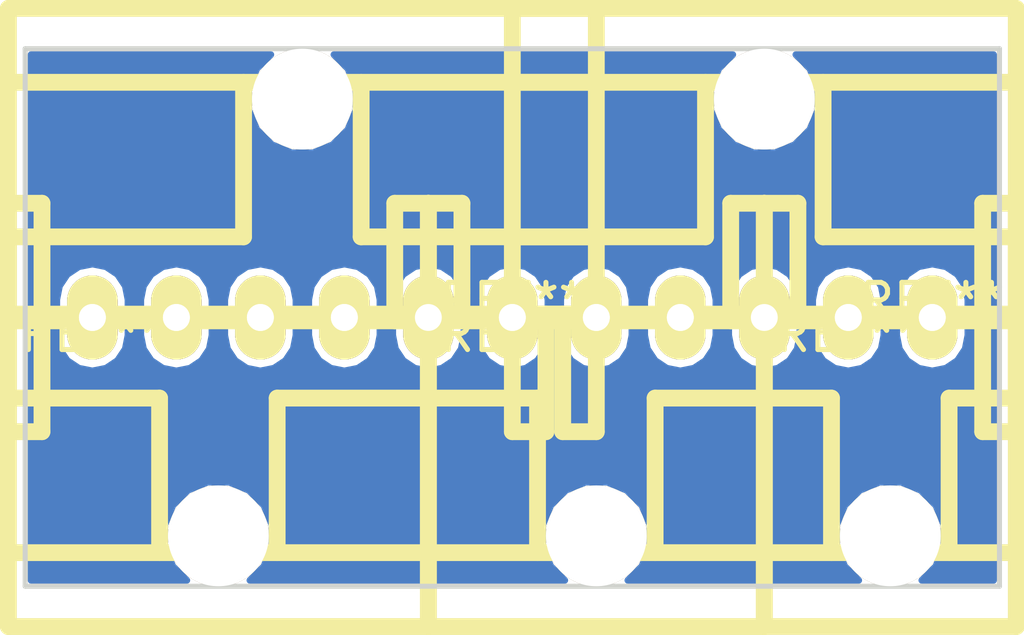
<source format=kicad_pcb>
(kicad_pcb (version 4) (host pcbnew 4.0.1-stable)

  (general
    (links 0)
    (no_connects 0)
    (area 9.049999 8.349999 39.950001 27.650001)
    (thickness 1.6)
    (drawings 4)
    (tracks 0)
    (zones 0)
    (modules 5)
    (nets 1)
  )

  (page A4)
  (layers
    (0 F.Cu signal)
    (31 B.Cu signal)
    (32 B.Adhes user)
    (33 F.Adhes user)
    (34 B.Paste user)
    (35 F.Paste user)
    (36 B.SilkS user)
    (37 F.SilkS user)
    (38 B.Mask user)
    (39 F.Mask user)
    (40 Dwgs.User user)
    (41 Cmts.User user)
    (42 Eco1.User user)
    (43 Eco2.User user)
    (44 Edge.Cuts user)
    (45 Margin user)
    (46 B.CrtYd user)
    (47 F.CrtYd user)
    (48 B.Fab user)
    (49 F.Fab user)
  )

  (setup
    (last_trace_width 0.25)
    (trace_clearance 0.21)
    (zone_clearance 0)
    (zone_45_only no)
    (trace_min 0.2)
    (segment_width 0.2)
    (edge_width 0.15)
    (via_size 0.6)
    (via_drill 0.4)
    (via_min_size 0.4)
    (via_min_drill 0.3)
    (uvia_size 0.3)
    (uvia_drill 0.1)
    (uvias_allowed no)
    (uvia_min_size 0.2)
    (uvia_min_drill 0.1)
    (pcb_text_width 0.3)
    (pcb_text_size 1.5 1.5)
    (mod_edge_width 0.15)
    (mod_text_size 1 1)
    (mod_text_width 0.15)
    (pad_size 2.5 2.5)
    (pad_drill 2.5)
    (pad_to_mask_clearance 0.2)
    (aux_axis_origin 0 0)
    (visible_elements 7FFFFFFF)
    (pcbplotparams
      (layerselection 0x01000_80000000)
      (usegerberextensions false)
      (excludeedgelayer true)
      (linewidth 0.100000)
      (plotframeref false)
      (viasonmask false)
      (mode 1)
      (useauxorigin false)
      (hpglpennumber 1)
      (hpglpenspeed 20)
      (hpglpendiameter 15)
      (hpglpenoverlay 2)
      (psnegative false)
      (psa4output false)
      (plotreference true)
      (plotvalue true)
      (plotinvisibletext false)
      (padsonsilk false)
      (subtractmaskfromsilk false)
      (outputformat 1)
      (mirror false)
      (drillshape 0)
      (scaleselection 1)
      (outputdirectory ""))
  )

  (net 0 "")

  (net_class Default "これは標準のネット クラスです。"
    (clearance 0.21)
    (trace_width 0.25)
    (via_dia 0.6)
    (via_drill 0.4)
    (uvia_dia 0.3)
    (uvia_drill 0.1)
  )

  (module RP_KiCAD_Connector:XA_2SC (layer F.Cu) (tedit 56B59406) (tstamp 56B75182)
    (at 34.5 18)
    (fp_text reference REF** (at 0 0.5) (layer F.SilkS)
      (effects (font (size 1 1) (thickness 0.15)))
    )
    (fp_text value XA_2T (at 0 -0.5) (layer F.Fab)
      (effects (font (size 1 1) (thickness 0.15)))
    )
    (fp_line (start -1.5 -3.4) (end -2.5 -3.4) (layer F.SilkS) (width 0.5))
    (fp_line (start 5 -3.4) (end 4 -3.4) (layer F.SilkS) (width 0.5))
    (fp_line (start 4 -3.4) (end 4 0.1) (layer F.SilkS) (width 0.5))
    (fp_line (start -1.5 -3.4) (end -1.5 0.1) (layer F.SilkS) (width 0.5))
    (fp_line (start 3 2.4) (end 5 2.4) (layer F.SilkS) (width 0.5))
    (fp_line (start -0.5 2.4) (end -2.5 2.4) (layer F.SilkS) (width 0.5))
    (fp_line (start 3 2.4) (end 3 7) (layer F.SilkS) (width 0.5))
    (fp_line (start -0.5 2.4) (end -0.5 7) (layer F.SilkS) (width 0.5))
    (fp_line (start -2.5 0.1) (end 5 0.1) (layer F.SilkS) (width 0.5))
    (fp_line (start -2.5 7) (end 5 7) (layer F.SilkS) (width 0.5))
    (fp_line (start -2.5 9.2) (end 5 9.2) (layer F.SilkS) (width 0.5))
    (fp_line (start 5 -3.4) (end 5 9.2) (layer F.SilkS) (width 0.5))
    (fp_line (start -2.5 -3.4) (end -2.5 9.2) (layer F.SilkS) (width 0.5))
    (pad 1 thru_hole oval (at 0 0) (size 1.5 2.5) (drill 0.8) (layers *.Cu *.Mask F.SilkS))
    (pad 2 thru_hole oval (at 2.5 0) (size 1.5 2.5) (drill 0.8) (layers *.Cu *.Mask F.SilkS))
    (pad "" thru_hole circle (at 1.25 6.5) (size 3 3) (drill 3) (layers *.Cu *.Mask F.SilkS)
      (clearance -0.3))
    (model conn_XA/XA_2S.wrl
      (at (xyz 0.05 -0.2 0))
      (scale (xyz 4 4 4))
      (rotate (xyz 0 0 180))
    )
  )

  (module RP_KiCAD_Connector:XA_3SC (layer F.Cu) (tedit 56B59458) (tstamp 56B7515A)
    (at 24.5 18)
    (fp_text reference REF** (at 0 0.5) (layer F.SilkS)
      (effects (font (size 1 1) (thickness 0.15)))
    )
    (fp_text value XA_2T (at 0 -0.5) (layer F.Fab)
      (effects (font (size 1 1) (thickness 0.15)))
    )
    (fp_line (start 6.5 -3.4) (end 6.5 0.1) (layer F.SilkS) (width 0.5))
    (fp_line (start -2.5 -3.4) (end -1.5 -3.4) (layer F.SilkS) (width 0.5))
    (fp_line (start -1.5 -3.4) (end -1.5 0.1) (layer F.SilkS) (width 0.5))
    (fp_line (start 7.5 0.1) (end -2.5 0.1) (layer F.SilkS) (width 0.5))
    (fp_line (start 7.5 -3.4) (end 6.5 -3.4) (layer F.SilkS) (width 0.5))
    (fp_line (start 4.25 2.4) (end 7.5 2.4) (layer F.SilkS) (width 0.5))
    (fp_line (start 0.75 2.4) (end -2.5 2.4) (layer F.SilkS) (width 0.5))
    (fp_line (start 4.25 2.4) (end 4.25 7) (layer F.SilkS) (width 0.5))
    (fp_line (start 0.75 2.4) (end 0.75 7) (layer F.SilkS) (width 0.5))
    (fp_line (start -2.5 7) (end 7.5 7) (layer F.SilkS) (width 0.5))
    (fp_line (start 7.5 -3.4) (end 7.5 9.2) (layer F.SilkS) (width 0.5))
    (fp_line (start 7.5 9.2) (end -2.5 9.2) (layer F.SilkS) (width 0.5))
    (fp_line (start -2.5 -3.4) (end -2.5 9.2) (layer F.SilkS) (width 0.5))
    (pad 1 thru_hole oval (at 0 0) (size 1.5 2.5) (drill 0.8) (layers *.Cu *.Mask F.SilkS))
    (pad 2 thru_hole oval (at 2.5 0) (size 1.5 2.5) (drill 0.8) (layers *.Cu *.Mask F.SilkS))
    (pad 3 thru_hole oval (at 5 0) (size 1.5 2.5) (drill 0.8) (layers *.Cu *.Mask F.SilkS))
    (pad "" thru_hole circle (at 2.5 6.5) (size 3 3) (drill 3) (layers *.Cu *.Mask F.SilkS)
      (clearance -0.3))
    (model conn_XA/XA_3S.wrl
      (at (xyz 0.1 -0.2 0))
      (scale (xyz 4 4 4))
      (rotate (xyz 0 0 180))
    )
  )

  (module RP_KiCAD_Connector:XA_4SC (layer F.Cu) (tedit 56B59492) (tstamp 56B75130)
    (at 12 18)
    (fp_text reference REF** (at 0 0.5) (layer F.SilkS)
      (effects (font (size 1 1) (thickness 0.15)))
    )
    (fp_text value XA_2T (at 0 -0.5) (layer F.Fab)
      (effects (font (size 1 1) (thickness 0.15)))
    )
    (fp_line (start 10 -3.4) (end 9 -3.4) (layer F.SilkS) (width 0.5))
    (fp_line (start 9 -3.4) (end 9 0.1) (layer F.SilkS) (width 0.5))
    (fp_line (start -2.5 -3.4) (end -1.5 -3.4) (layer F.SilkS) (width 0.5))
    (fp_line (start -1.5 -3.4) (end -1.5 0.1) (layer F.SilkS) (width 0.5))
    (fp_line (start 10 0.1) (end -2.5 0.1) (layer F.SilkS) (width 0.5))
    (fp_line (start 5.5 2.4) (end 10 2.4) (layer F.SilkS) (width 0.5))
    (fp_line (start 2 2.4) (end -2.5 2.4) (layer F.SilkS) (width 0.5))
    (fp_line (start 5.5 2.4) (end 5.5 7) (layer F.SilkS) (width 0.5))
    (fp_line (start 2 2.4) (end 2 7) (layer F.SilkS) (width 0.5))
    (fp_line (start -2.5 7) (end 10 7) (layer F.SilkS) (width 0.5))
    (fp_line (start 10 -3.4) (end 10 9.2) (layer F.SilkS) (width 0.5))
    (fp_line (start 10 9.2) (end -2.5 9.2) (layer F.SilkS) (width 0.5))
    (fp_line (start -2.5 -3.4) (end -2.5 9.2) (layer F.SilkS) (width 0.5))
    (pad 1 thru_hole oval (at 0 0) (size 1.5 2.5) (drill 0.8) (layers *.Cu *.Mask F.SilkS))
    (pad 2 thru_hole oval (at 2.5 0) (size 1.5 2.5) (drill 0.8) (layers *.Cu *.Mask F.SilkS))
    (pad 3 thru_hole oval (at 5 0) (size 1.5 2.5) (drill 0.8) (layers *.Cu *.Mask F.SilkS))
    (pad 4 thru_hole oval (at 7.5 0) (size 1.5 2.5) (drill 0.8) (layers *.Cu *.Mask F.SilkS))
    (pad "" thru_hole circle (at 3.75 6.5) (size 3 3) (drill 3) (layers *.Cu *.Mask F.SilkS)
      (clearance -0.3))
    (model conn_XA/XA_4S.wrl
      (at (xyz 0.15 -0.2 0))
      (scale (xyz 4 4 4))
      (rotate (xyz 0 0 180))
    )
  )

  (module RP_KiCAD_Connector:XA_6SC (layer F.Cu) (tedit 56B594AA) (tstamp 56B750D6)
    (at 24.5 18 180)
    (fp_text reference REF** (at 0 0.5 180) (layer F.SilkS)
      (effects (font (size 1 1) (thickness 0.15)))
    )
    (fp_text value XA_2T (at 0 -0.5 180) (layer F.Fab)
      (effects (font (size 1 1) (thickness 0.15)))
    )
    (fp_line (start 15 -3.4) (end 14 -3.4) (layer F.SilkS) (width 0.5))
    (fp_line (start 14 -3.4) (end 14 0.1) (layer F.SilkS) (width 0.5))
    (fp_line (start -2.5 -3.4) (end -1.5 -3.4) (layer F.SilkS) (width 0.5))
    (fp_line (start -1.5 -3.4) (end -1.5 0.1) (layer F.SilkS) (width 0.5))
    (fp_line (start 15 0.1) (end -2.5 0.1) (layer F.SilkS) (width 0.5))
    (fp_line (start 8 2.4) (end 15 2.4) (layer F.SilkS) (width 0.5))
    (fp_line (start 4.5 2.4) (end -2.5 2.4) (layer F.SilkS) (width 0.5))
    (fp_line (start 8 2.4) (end 8 7) (layer F.SilkS) (width 0.5))
    (fp_line (start 4.5 2.4) (end 4.5 7) (layer F.SilkS) (width 0.5))
    (fp_line (start -2.5 7) (end 15 7) (layer F.SilkS) (width 0.5))
    (fp_line (start 15 -3.4) (end 15 9.2) (layer F.SilkS) (width 0.5))
    (fp_line (start 15 9.2) (end -2.5 9.2) (layer F.SilkS) (width 0.5))
    (fp_line (start -2.5 -3.4) (end -2.5 9.2) (layer F.SilkS) (width 0.5))
    (pad 1 thru_hole oval (at 0 0 180) (size 1.5 2.5) (drill 0.8) (layers *.Cu *.Mask F.SilkS))
    (pad 2 thru_hole oval (at 2.5 0 180) (size 1.5 2.5) (drill 0.8) (layers *.Cu *.Mask F.SilkS))
    (pad 3 thru_hole oval (at 5 0 180) (size 1.5 2.5) (drill 0.8) (layers *.Cu *.Mask F.SilkS))
    (pad 4 thru_hole oval (at 7.5 0 180) (size 1.5 2.5) (drill 0.8) (layers *.Cu *.Mask F.SilkS))
    (pad 5 thru_hole oval (at 10 0 180) (size 1.5 2.5) (drill 0.8) (layers *.Cu *.Mask F.SilkS))
    (pad 6 thru_hole oval (at 12.5 0 180) (size 1.5 2.5) (drill 0.8) (layers *.Cu *.Mask F.SilkS))
    (pad "" thru_hole circle (at 6.25 6.5 180) (size 3 3) (drill 3) (layers *.Cu *.Mask F.SilkS)
      (clearance -0.3))
    (model conn_XA/XA_6S.wrl
      (at (xyz 0.25 -0.2 0))
      (scale (xyz 4 4 4))
      (rotate (xyz 0 0 180))
    )
  )

  (module RP_KiCAD_Connector:XA_5SC (layer F.Cu) (tedit 56B5949F) (tstamp 56B75104)
    (at 37 18 180)
    (fp_text reference REF** (at 0 0.5 180) (layer F.SilkS)
      (effects (font (size 1 1) (thickness 0.15)))
    )
    (fp_text value XA_2T (at 0 -0.5 180) (layer F.Fab)
      (effects (font (size 1 1) (thickness 0.15)))
    )
    (fp_line (start -2.5 -3.4) (end -1.5 -3.4) (layer F.SilkS) (width 0.5))
    (fp_line (start -1.5 -3.4) (end -1.5 0.1) (layer F.SilkS) (width 0.5))
    (fp_line (start 12.5 -3.4) (end 11.5 -3.4) (layer F.SilkS) (width 0.5))
    (fp_line (start 11.5 -3.4) (end 11.5 0.1) (layer F.SilkS) (width 0.5))
    (fp_line (start -2.5 0.1) (end 12.5 0.1) (layer F.SilkS) (width 0.5))
    (fp_line (start 3.25 2.4) (end -2.5 2.4) (layer F.SilkS) (width 0.5))
    (fp_line (start 6.75 2.4) (end 12.5 2.4) (layer F.SilkS) (width 0.5))
    (fp_line (start 6.75 2.4) (end 6.75 7) (layer F.SilkS) (width 0.5))
    (fp_line (start 3.25 2.4) (end 3.25 7) (layer F.SilkS) (width 0.5))
    (fp_line (start -2.5 7) (end 12.5 7) (layer F.SilkS) (width 0.5))
    (fp_line (start 12.5 -3.4) (end 12.5 9.2) (layer F.SilkS) (width 0.5))
    (fp_line (start 12.5 9.2) (end -2.5 9.2) (layer F.SilkS) (width 0.5))
    (fp_line (start -2.5 -3.4) (end -2.5 9.2) (layer F.SilkS) (width 0.5))
    (pad 1 thru_hole oval (at 0 0 180) (size 1.5 2.5) (drill 0.8) (layers *.Cu *.Mask F.SilkS))
    (pad 2 thru_hole oval (at 2.5 0 180) (size 1.5 2.5) (drill 0.8) (layers *.Cu *.Mask F.SilkS))
    (pad 3 thru_hole oval (at 5 0 180) (size 1.5 2.5) (drill 0.8) (layers *.Cu *.Mask F.SilkS))
    (pad 4 thru_hole oval (at 7.5 0 180) (size 1.5 2.5) (drill 0.8) (layers *.Cu *.Mask F.SilkS))
    (pad 5 thru_hole oval (at 10 0 180) (size 1.5 2.5) (drill 0.8) (layers *.Cu *.Mask F.SilkS))
    (pad "" thru_hole circle (at 5 6.5 180) (size 3 3) (drill 3) (layers *.Cu *.Mask F.SilkS)
      (clearance -0.3))
    (model conn_XA/XA_5S.wrl
      (at (xyz 0.2 -0.2 0))
      (scale (xyz 4 4 4))
      (rotate (xyz 0 0 180))
    )
  )

  (gr_line (start 39 10) (end 10 10) (angle 90) (layer Edge.Cuts) (width 0.15))
  (gr_line (start 39 26) (end 39 10) (angle 90) (layer Edge.Cuts) (width 0.15))
  (gr_line (start 10 26) (end 39 26) (angle 90) (layer Edge.Cuts) (width 0.15))
  (gr_line (start 10 10) (end 10 26) (angle 90) (layer Edge.Cuts) (width 0.15))

  (zone (net 0) (net_name "") (layer B.Cu) (tstamp 56B7527E) (hatch edge 0.508)
    (connect_pads yes (clearance 0))
    (min_thickness 0.2)
    (fill yes (arc_segments 16) (thermal_gap 0.508) (thermal_bridge_width 0.508))
    (polygon
      (pts
        (xy 39 26) (xy 10 26) (xy 10 10) (xy 39 10) (xy 39 26)
      )
    )
    (filled_polygon
      (pts
        (xy 16.894377 10.592489) (xy 16.650278 11.180344) (xy 16.649723 11.816863) (xy 16.892795 12.405143) (xy 17.342489 12.855623)
        (xy 17.930344 13.099722) (xy 18.566863 13.100277) (xy 19.155143 12.857205) (xy 19.605623 12.407511) (xy 19.849722 11.819656)
        (xy 19.850277 11.183137) (xy 19.607205 10.594857) (xy 19.188081 10.175) (xy 31.062596 10.175) (xy 30.644377 10.592489)
        (xy 30.400278 11.180344) (xy 30.399723 11.816863) (xy 30.642795 12.405143) (xy 31.092489 12.855623) (xy 31.680344 13.099722)
        (xy 32.316863 13.100277) (xy 32.905143 12.857205) (xy 33.355623 12.407511) (xy 33.599722 11.819656) (xy 33.600277 11.183137)
        (xy 33.357205 10.594857) (xy 32.938081 10.175) (xy 38.825 10.175) (xy 38.825 25.825) (xy 36.687404 25.825)
        (xy 37.105623 25.407511) (xy 37.349722 24.819656) (xy 37.350277 24.183137) (xy 37.107205 23.594857) (xy 36.657511 23.144377)
        (xy 36.069656 22.900278) (xy 35.433137 22.899723) (xy 34.844857 23.142795) (xy 34.394377 23.592489) (xy 34.150278 24.180344)
        (xy 34.149723 24.816863) (xy 34.392795 25.405143) (xy 34.811919 25.825) (xy 27.937404 25.825) (xy 28.355623 25.407511)
        (xy 28.599722 24.819656) (xy 28.600277 24.183137) (xy 28.357205 23.594857) (xy 27.907511 23.144377) (xy 27.319656 22.900278)
        (xy 26.683137 22.899723) (xy 26.094857 23.142795) (xy 25.644377 23.592489) (xy 25.400278 24.180344) (xy 25.399723 24.816863)
        (xy 25.642795 25.405143) (xy 26.061919 25.825) (xy 16.687404 25.825) (xy 17.105623 25.407511) (xy 17.349722 24.819656)
        (xy 17.350277 24.183137) (xy 17.107205 23.594857) (xy 16.657511 23.144377) (xy 16.069656 22.900278) (xy 15.433137 22.899723)
        (xy 14.844857 23.142795) (xy 14.394377 23.592489) (xy 14.150278 24.180344) (xy 14.149723 24.816863) (xy 14.392795 25.405143)
        (xy 14.811919 25.825) (xy 10.175 25.825) (xy 10.175 17.469438) (xy 10.94 17.469438) (xy 10.94 18.530562)
        (xy 11.020688 18.936206) (xy 11.250467 19.280095) (xy 11.594356 19.509874) (xy 12 19.590562) (xy 12.405644 19.509874)
        (xy 12.749533 19.280095) (xy 12.979312 18.936206) (xy 13.06 18.530562) (xy 13.06 17.469438) (xy 13.44 17.469438)
        (xy 13.44 18.530562) (xy 13.520688 18.936206) (xy 13.750467 19.280095) (xy 14.094356 19.509874) (xy 14.5 19.590562)
        (xy 14.905644 19.509874) (xy 15.249533 19.280095) (xy 15.479312 18.936206) (xy 15.56 18.530562) (xy 15.56 17.469438)
        (xy 15.94 17.469438) (xy 15.94 18.530562) (xy 16.020688 18.936206) (xy 16.250467 19.280095) (xy 16.594356 19.509874)
        (xy 17 19.590562) (xy 17.405644 19.509874) (xy 17.749533 19.280095) (xy 17.979312 18.936206) (xy 18.06 18.530562)
        (xy 18.06 17.469438) (xy 18.44 17.469438) (xy 18.44 18.530562) (xy 18.520688 18.936206) (xy 18.750467 19.280095)
        (xy 19.094356 19.509874) (xy 19.5 19.590562) (xy 19.905644 19.509874) (xy 20.249533 19.280095) (xy 20.479312 18.936206)
        (xy 20.56 18.530562) (xy 20.56 17.469438) (xy 20.94 17.469438) (xy 20.94 18.530562) (xy 21.020688 18.936206)
        (xy 21.250467 19.280095) (xy 21.594356 19.509874) (xy 22 19.590562) (xy 22.405644 19.509874) (xy 22.749533 19.280095)
        (xy 22.979312 18.936206) (xy 23.06 18.530562) (xy 23.06 17.469438) (xy 23.44 17.469438) (xy 23.44 18.530562)
        (xy 23.520688 18.936206) (xy 23.750467 19.280095) (xy 24.094356 19.509874) (xy 24.5 19.590562) (xy 24.905644 19.509874)
        (xy 25.249533 19.280095) (xy 25.479312 18.936206) (xy 25.56 18.530562) (xy 25.56 17.469438) (xy 25.94 17.469438)
        (xy 25.94 18.530562) (xy 26.020688 18.936206) (xy 26.250467 19.280095) (xy 26.594356 19.509874) (xy 27 19.590562)
        (xy 27.405644 19.509874) (xy 27.749533 19.280095) (xy 27.979312 18.936206) (xy 28.06 18.530562) (xy 28.06 17.469438)
        (xy 28.44 17.469438) (xy 28.44 18.530562) (xy 28.520688 18.936206) (xy 28.750467 19.280095) (xy 29.094356 19.509874)
        (xy 29.5 19.590562) (xy 29.905644 19.509874) (xy 30.249533 19.280095) (xy 30.479312 18.936206) (xy 30.56 18.530562)
        (xy 30.56 17.469438) (xy 30.94 17.469438) (xy 30.94 18.530562) (xy 31.020688 18.936206) (xy 31.250467 19.280095)
        (xy 31.594356 19.509874) (xy 32 19.590562) (xy 32.405644 19.509874) (xy 32.749533 19.280095) (xy 32.979312 18.936206)
        (xy 33.06 18.530562) (xy 33.06 17.469438) (xy 33.44 17.469438) (xy 33.44 18.530562) (xy 33.520688 18.936206)
        (xy 33.750467 19.280095) (xy 34.094356 19.509874) (xy 34.5 19.590562) (xy 34.905644 19.509874) (xy 35.249533 19.280095)
        (xy 35.479312 18.936206) (xy 35.56 18.530562) (xy 35.56 17.469438) (xy 35.94 17.469438) (xy 35.94 18.530562)
        (xy 36.020688 18.936206) (xy 36.250467 19.280095) (xy 36.594356 19.509874) (xy 37 19.590562) (xy 37.405644 19.509874)
        (xy 37.749533 19.280095) (xy 37.979312 18.936206) (xy 38.06 18.530562) (xy 38.06 17.469438) (xy 37.979312 17.063794)
        (xy 37.749533 16.719905) (xy 37.405644 16.490126) (xy 37 16.409438) (xy 36.594356 16.490126) (xy 36.250467 16.719905)
        (xy 36.020688 17.063794) (xy 35.94 17.469438) (xy 35.56 17.469438) (xy 35.479312 17.063794) (xy 35.249533 16.719905)
        (xy 34.905644 16.490126) (xy 34.5 16.409438) (xy 34.094356 16.490126) (xy 33.750467 16.719905) (xy 33.520688 17.063794)
        (xy 33.44 17.469438) (xy 33.06 17.469438) (xy 32.979312 17.063794) (xy 32.749533 16.719905) (xy 32.405644 16.490126)
        (xy 32 16.409438) (xy 31.594356 16.490126) (xy 31.250467 16.719905) (xy 31.020688 17.063794) (xy 30.94 17.469438)
        (xy 30.56 17.469438) (xy 30.479312 17.063794) (xy 30.249533 16.719905) (xy 29.905644 16.490126) (xy 29.5 16.409438)
        (xy 29.094356 16.490126) (xy 28.750467 16.719905) (xy 28.520688 17.063794) (xy 28.44 17.469438) (xy 28.06 17.469438)
        (xy 27.979312 17.063794) (xy 27.749533 16.719905) (xy 27.405644 16.490126) (xy 27 16.409438) (xy 26.594356 16.490126)
        (xy 26.250467 16.719905) (xy 26.020688 17.063794) (xy 25.94 17.469438) (xy 25.56 17.469438) (xy 25.479312 17.063794)
        (xy 25.249533 16.719905) (xy 24.905644 16.490126) (xy 24.5 16.409438) (xy 24.094356 16.490126) (xy 23.750467 16.719905)
        (xy 23.520688 17.063794) (xy 23.44 17.469438) (xy 23.06 17.469438) (xy 22.979312 17.063794) (xy 22.749533 16.719905)
        (xy 22.405644 16.490126) (xy 22 16.409438) (xy 21.594356 16.490126) (xy 21.250467 16.719905) (xy 21.020688 17.063794)
        (xy 20.94 17.469438) (xy 20.56 17.469438) (xy 20.479312 17.063794) (xy 20.249533 16.719905) (xy 19.905644 16.490126)
        (xy 19.5 16.409438) (xy 19.094356 16.490126) (xy 18.750467 16.719905) (xy 18.520688 17.063794) (xy 18.44 17.469438)
        (xy 18.06 17.469438) (xy 17.979312 17.063794) (xy 17.749533 16.719905) (xy 17.405644 16.490126) (xy 17 16.409438)
        (xy 16.594356 16.490126) (xy 16.250467 16.719905) (xy 16.020688 17.063794) (xy 15.94 17.469438) (xy 15.56 17.469438)
        (xy 15.479312 17.063794) (xy 15.249533 16.719905) (xy 14.905644 16.490126) (xy 14.5 16.409438) (xy 14.094356 16.490126)
        (xy 13.750467 16.719905) (xy 13.520688 17.063794) (xy 13.44 17.469438) (xy 13.06 17.469438) (xy 12.979312 17.063794)
        (xy 12.749533 16.719905) (xy 12.405644 16.490126) (xy 12 16.409438) (xy 11.594356 16.490126) (xy 11.250467 16.719905)
        (xy 11.020688 17.063794) (xy 10.94 17.469438) (xy 10.175 17.469438) (xy 10.175 10.175) (xy 17.312596 10.175)
      )
    )
  )
)

</source>
